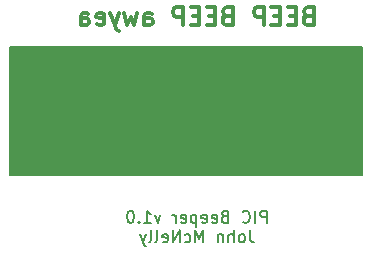
<source format=gbr>
G04 #@! TF.GenerationSoftware,KiCad,Pcbnew,(5.0.2)-1*
G04 #@! TF.CreationDate,2019-05-05T02:29:21-07:00*
G04 #@! TF.ProjectId,pic_beeper,7069635f-6265-4657-9065-722e6b696361,rev?*
G04 #@! TF.SameCoordinates,Original*
G04 #@! TF.FileFunction,Legend,Bot*
G04 #@! TF.FilePolarity,Positive*
%FSLAX46Y46*%
G04 Gerber Fmt 4.6, Leading zero omitted, Abs format (unit mm)*
G04 Created by KiCad (PCBNEW (5.0.2)-1) date 5/5/2019 2:29:21 AM*
%MOMM*%
%LPD*%
G01*
G04 APERTURE LIST*
%ADD10C,0.300000*%
%ADD11C,0.150000*%
G04 APERTURE END LIST*
D10*
X83652142Y-22752857D02*
X83437857Y-22824285D01*
X83366428Y-22895714D01*
X83295000Y-23038571D01*
X83295000Y-23252857D01*
X83366428Y-23395714D01*
X83437857Y-23467142D01*
X83580714Y-23538571D01*
X84152142Y-23538571D01*
X84152142Y-22038571D01*
X83652142Y-22038571D01*
X83509285Y-22110000D01*
X83437857Y-22181428D01*
X83366428Y-22324285D01*
X83366428Y-22467142D01*
X83437857Y-22610000D01*
X83509285Y-22681428D01*
X83652142Y-22752857D01*
X84152142Y-22752857D01*
X82652142Y-22752857D02*
X82152142Y-22752857D01*
X81937857Y-23538571D02*
X82652142Y-23538571D01*
X82652142Y-22038571D01*
X81937857Y-22038571D01*
X81295000Y-22752857D02*
X80795000Y-22752857D01*
X80580714Y-23538571D02*
X81295000Y-23538571D01*
X81295000Y-22038571D01*
X80580714Y-22038571D01*
X79937857Y-23538571D02*
X79937857Y-22038571D01*
X79366428Y-22038571D01*
X79223571Y-22110000D01*
X79152142Y-22181428D01*
X79080714Y-22324285D01*
X79080714Y-22538571D01*
X79152142Y-22681428D01*
X79223571Y-22752857D01*
X79366428Y-22824285D01*
X79937857Y-22824285D01*
X76795000Y-22752857D02*
X76580714Y-22824285D01*
X76509285Y-22895714D01*
X76437857Y-23038571D01*
X76437857Y-23252857D01*
X76509285Y-23395714D01*
X76580714Y-23467142D01*
X76723571Y-23538571D01*
X77295000Y-23538571D01*
X77295000Y-22038571D01*
X76795000Y-22038571D01*
X76652142Y-22110000D01*
X76580714Y-22181428D01*
X76509285Y-22324285D01*
X76509285Y-22467142D01*
X76580714Y-22610000D01*
X76652142Y-22681428D01*
X76795000Y-22752857D01*
X77295000Y-22752857D01*
X75795000Y-22752857D02*
X75295000Y-22752857D01*
X75080714Y-23538571D02*
X75795000Y-23538571D01*
X75795000Y-22038571D01*
X75080714Y-22038571D01*
X74437857Y-22752857D02*
X73937857Y-22752857D01*
X73723571Y-23538571D02*
X74437857Y-23538571D01*
X74437857Y-22038571D01*
X73723571Y-22038571D01*
X73080714Y-23538571D02*
X73080714Y-22038571D01*
X72509285Y-22038571D01*
X72366428Y-22110000D01*
X72295000Y-22181428D01*
X72223571Y-22324285D01*
X72223571Y-22538571D01*
X72295000Y-22681428D01*
X72366428Y-22752857D01*
X72509285Y-22824285D01*
X73080714Y-22824285D01*
X69795000Y-23538571D02*
X69795000Y-22752857D01*
X69866428Y-22610000D01*
X70009285Y-22538571D01*
X70295000Y-22538571D01*
X70437857Y-22610000D01*
X69795000Y-23467142D02*
X69937857Y-23538571D01*
X70295000Y-23538571D01*
X70437857Y-23467142D01*
X70509285Y-23324285D01*
X70509285Y-23181428D01*
X70437857Y-23038571D01*
X70295000Y-22967142D01*
X69937857Y-22967142D01*
X69795000Y-22895714D01*
X69223571Y-22538571D02*
X68937857Y-23538571D01*
X68652142Y-22824285D01*
X68366428Y-23538571D01*
X68080714Y-22538571D01*
X67652142Y-22538571D02*
X67295000Y-23538571D01*
X66937857Y-22538571D02*
X67295000Y-23538571D01*
X67437857Y-23895714D01*
X67509285Y-23967142D01*
X67652142Y-24038571D01*
X65795000Y-23467142D02*
X65937857Y-23538571D01*
X66223571Y-23538571D01*
X66366428Y-23467142D01*
X66437857Y-23324285D01*
X66437857Y-22752857D01*
X66366428Y-22610000D01*
X66223571Y-22538571D01*
X65937857Y-22538571D01*
X65795000Y-22610000D01*
X65723571Y-22752857D01*
X65723571Y-22895714D01*
X66437857Y-23038571D01*
X64437857Y-23538571D02*
X64437857Y-22752857D01*
X64509285Y-22610000D01*
X64652142Y-22538571D01*
X64937857Y-22538571D01*
X65080714Y-22610000D01*
X64437857Y-23467142D02*
X64580714Y-23538571D01*
X64937857Y-23538571D01*
X65080714Y-23467142D01*
X65152142Y-23324285D01*
X65152142Y-23181428D01*
X65080714Y-23038571D01*
X64937857Y-22967142D01*
X64580714Y-22967142D01*
X64437857Y-22895714D01*
D11*
G36*
X58420000Y-36195000D02*
X58420000Y-25400000D01*
X88265000Y-25400000D01*
X88265000Y-36195000D01*
X58420000Y-36195000D01*
G37*
X58420000Y-36195000D02*
X58420000Y-25400000D01*
X88265000Y-25400000D01*
X88265000Y-36195000D01*
X58420000Y-36195000D01*
X80175952Y-40267380D02*
X80175952Y-39267380D01*
X79795000Y-39267380D01*
X79699761Y-39315000D01*
X79652142Y-39362619D01*
X79604523Y-39457857D01*
X79604523Y-39600714D01*
X79652142Y-39695952D01*
X79699761Y-39743571D01*
X79795000Y-39791190D01*
X80175952Y-39791190D01*
X79175952Y-40267380D02*
X79175952Y-39267380D01*
X78128333Y-40172142D02*
X78175952Y-40219761D01*
X78318809Y-40267380D01*
X78414047Y-40267380D01*
X78556904Y-40219761D01*
X78652142Y-40124523D01*
X78699761Y-40029285D01*
X78747380Y-39838809D01*
X78747380Y-39695952D01*
X78699761Y-39505476D01*
X78652142Y-39410238D01*
X78556904Y-39315000D01*
X78414047Y-39267380D01*
X78318809Y-39267380D01*
X78175952Y-39315000D01*
X78128333Y-39362619D01*
X76604523Y-39743571D02*
X76461666Y-39791190D01*
X76414047Y-39838809D01*
X76366428Y-39934047D01*
X76366428Y-40076904D01*
X76414047Y-40172142D01*
X76461666Y-40219761D01*
X76556904Y-40267380D01*
X76937857Y-40267380D01*
X76937857Y-39267380D01*
X76604523Y-39267380D01*
X76509285Y-39315000D01*
X76461666Y-39362619D01*
X76414047Y-39457857D01*
X76414047Y-39553095D01*
X76461666Y-39648333D01*
X76509285Y-39695952D01*
X76604523Y-39743571D01*
X76937857Y-39743571D01*
X75556904Y-40219761D02*
X75652142Y-40267380D01*
X75842619Y-40267380D01*
X75937857Y-40219761D01*
X75985476Y-40124523D01*
X75985476Y-39743571D01*
X75937857Y-39648333D01*
X75842619Y-39600714D01*
X75652142Y-39600714D01*
X75556904Y-39648333D01*
X75509285Y-39743571D01*
X75509285Y-39838809D01*
X75985476Y-39934047D01*
X74699761Y-40219761D02*
X74795000Y-40267380D01*
X74985476Y-40267380D01*
X75080714Y-40219761D01*
X75128333Y-40124523D01*
X75128333Y-39743571D01*
X75080714Y-39648333D01*
X74985476Y-39600714D01*
X74795000Y-39600714D01*
X74699761Y-39648333D01*
X74652142Y-39743571D01*
X74652142Y-39838809D01*
X75128333Y-39934047D01*
X74223571Y-39600714D02*
X74223571Y-40600714D01*
X74223571Y-39648333D02*
X74128333Y-39600714D01*
X73937857Y-39600714D01*
X73842619Y-39648333D01*
X73795000Y-39695952D01*
X73747380Y-39791190D01*
X73747380Y-40076904D01*
X73795000Y-40172142D01*
X73842619Y-40219761D01*
X73937857Y-40267380D01*
X74128333Y-40267380D01*
X74223571Y-40219761D01*
X72937857Y-40219761D02*
X73033095Y-40267380D01*
X73223571Y-40267380D01*
X73318809Y-40219761D01*
X73366428Y-40124523D01*
X73366428Y-39743571D01*
X73318809Y-39648333D01*
X73223571Y-39600714D01*
X73033095Y-39600714D01*
X72937857Y-39648333D01*
X72890238Y-39743571D01*
X72890238Y-39838809D01*
X73366428Y-39934047D01*
X72461666Y-40267380D02*
X72461666Y-39600714D01*
X72461666Y-39791190D02*
X72414047Y-39695952D01*
X72366428Y-39648333D01*
X72271190Y-39600714D01*
X72175952Y-39600714D01*
X71175952Y-39600714D02*
X70937857Y-40267380D01*
X70699761Y-39600714D01*
X69795000Y-40267380D02*
X70366428Y-40267380D01*
X70080714Y-40267380D02*
X70080714Y-39267380D01*
X70175952Y-39410238D01*
X70271190Y-39505476D01*
X70366428Y-39553095D01*
X69366428Y-40172142D02*
X69318809Y-40219761D01*
X69366428Y-40267380D01*
X69414047Y-40219761D01*
X69366428Y-40172142D01*
X69366428Y-40267380D01*
X68699761Y-39267380D02*
X68604523Y-39267380D01*
X68509285Y-39315000D01*
X68461666Y-39362619D01*
X68414047Y-39457857D01*
X68366428Y-39648333D01*
X68366428Y-39886428D01*
X68414047Y-40076904D01*
X68461666Y-40172142D01*
X68509285Y-40219761D01*
X68604523Y-40267380D01*
X68699761Y-40267380D01*
X68795000Y-40219761D01*
X68842619Y-40172142D01*
X68890238Y-40076904D01*
X68937857Y-39886428D01*
X68937857Y-39648333D01*
X68890238Y-39457857D01*
X68842619Y-39362619D01*
X68795000Y-39315000D01*
X68699761Y-39267380D01*
X78747380Y-40917380D02*
X78747380Y-41631666D01*
X78795000Y-41774523D01*
X78890238Y-41869761D01*
X79033095Y-41917380D01*
X79128333Y-41917380D01*
X78128333Y-41917380D02*
X78223571Y-41869761D01*
X78271190Y-41822142D01*
X78318809Y-41726904D01*
X78318809Y-41441190D01*
X78271190Y-41345952D01*
X78223571Y-41298333D01*
X78128333Y-41250714D01*
X77985476Y-41250714D01*
X77890238Y-41298333D01*
X77842619Y-41345952D01*
X77795000Y-41441190D01*
X77795000Y-41726904D01*
X77842619Y-41822142D01*
X77890238Y-41869761D01*
X77985476Y-41917380D01*
X78128333Y-41917380D01*
X77366428Y-41917380D02*
X77366428Y-40917380D01*
X76937857Y-41917380D02*
X76937857Y-41393571D01*
X76985476Y-41298333D01*
X77080714Y-41250714D01*
X77223571Y-41250714D01*
X77318809Y-41298333D01*
X77366428Y-41345952D01*
X76461666Y-41250714D02*
X76461666Y-41917380D01*
X76461666Y-41345952D02*
X76414047Y-41298333D01*
X76318809Y-41250714D01*
X76175952Y-41250714D01*
X76080714Y-41298333D01*
X76033095Y-41393571D01*
X76033095Y-41917380D01*
X74795000Y-41917380D02*
X74795000Y-40917380D01*
X74461666Y-41631666D01*
X74128333Y-40917380D01*
X74128333Y-41917380D01*
X73223571Y-41869761D02*
X73318809Y-41917380D01*
X73509285Y-41917380D01*
X73604523Y-41869761D01*
X73652142Y-41822142D01*
X73699761Y-41726904D01*
X73699761Y-41441190D01*
X73652142Y-41345952D01*
X73604523Y-41298333D01*
X73509285Y-41250714D01*
X73318809Y-41250714D01*
X73223571Y-41298333D01*
X72795000Y-41917380D02*
X72795000Y-40917380D01*
X72223571Y-41917380D01*
X72223571Y-40917380D01*
X71366428Y-41869761D02*
X71461666Y-41917380D01*
X71652142Y-41917380D01*
X71747380Y-41869761D01*
X71795000Y-41774523D01*
X71795000Y-41393571D01*
X71747380Y-41298333D01*
X71652142Y-41250714D01*
X71461666Y-41250714D01*
X71366428Y-41298333D01*
X71318809Y-41393571D01*
X71318809Y-41488809D01*
X71795000Y-41584047D01*
X70747380Y-41917380D02*
X70842619Y-41869761D01*
X70890238Y-41774523D01*
X70890238Y-40917380D01*
X70223571Y-41917380D02*
X70318809Y-41869761D01*
X70366428Y-41774523D01*
X70366428Y-40917380D01*
X69937857Y-41250714D02*
X69699761Y-41917380D01*
X69461666Y-41250714D02*
X69699761Y-41917380D01*
X69795000Y-42155476D01*
X69842619Y-42203095D01*
X69937857Y-42250714D01*
M02*

</source>
